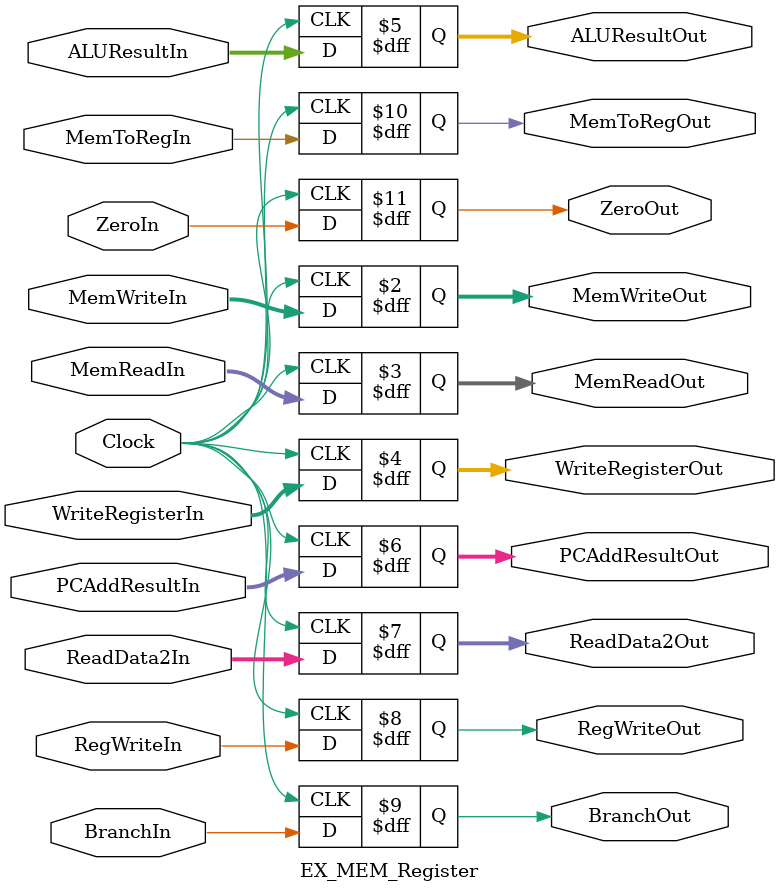
<source format=v>
module EX_MEM_Register(Clock, ReadData2In, PCAddResultIn, MemWriteIn, MemReadIn, BranchIn, MemToRegIn, RegWriteIn, WriteRegisterIn, ALUResultIn, ZeroIn, 
                              ReadData2Out, PCAddResultOut, MemWriteOut, MemReadOut, BranchOut, MemToRegOut, RegWriteOut, WriteRegisterOut, ALUResultOut, ZeroOut);

input Clock, RegWriteIn, BranchIn, MemToRegIn, ZeroIn;
input [1:0] MemWriteIn, MemReadIn;
input [31:0] WriteRegisterIn;
input [31:0] ALUResultIn;
input [31:0] PCAddResultIn, ReadData2In;

output reg [1:0] MemWriteOut, MemReadOut;
output reg [31:0] WriteRegisterOut;
output reg [31:0] ALUResultOut;
output reg [31:0] PCAddResultOut, ReadData2Out;
output reg RegWriteOut, BranchOut, MemToRegOut, ZeroOut;

always @(posedge Clock)
    begin
    WriteRegisterOut <= WriteRegisterIn;
    ALUResultOut <= ALUResultIn;
    RegWriteOut <= RegWriteIn;
    MemWriteOut <= MemWriteIn;
    MemReadOut <= MemReadIn;
    BranchOut <= BranchIn;
    MemToRegOut <= MemToRegIn;
    ZeroOut <= ZeroIn;
    PCAddResultOut <= PCAddResultIn;
    ReadData2Out <= ReadData2In;
    end

/*always @(negedge Clock)
    begin
    WriteRegisterOut = WriteRegister;
    ALUResultOut = ALUResult;
    RegWriteOut = RegWrite;
    end*/

endmodule
</source>
